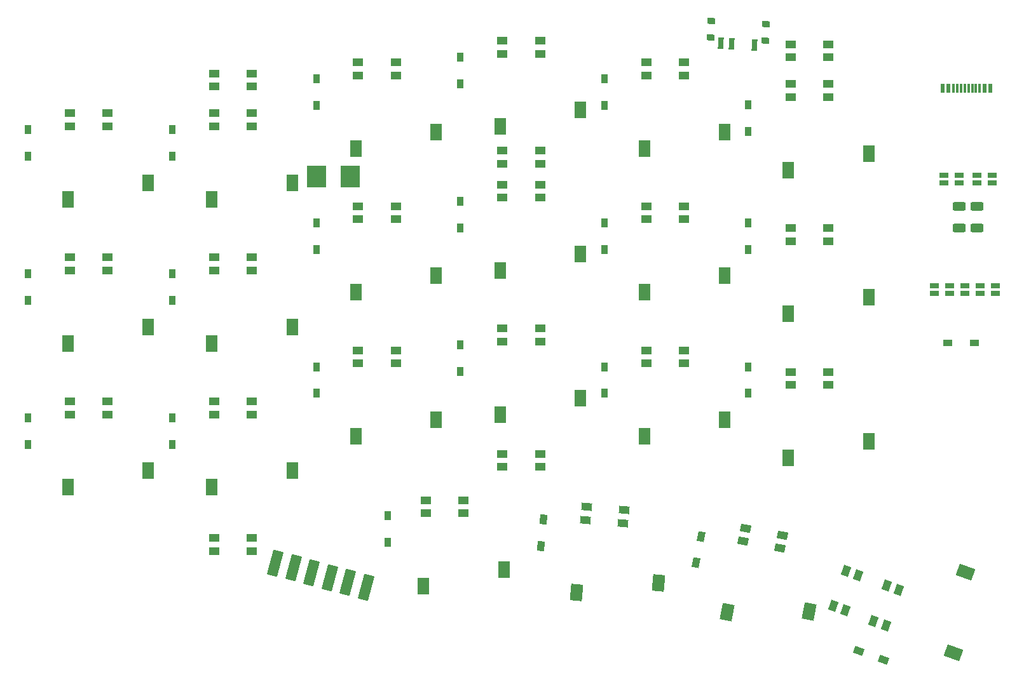
<source format=gtp>
G04 #@! TF.GenerationSoftware,KiCad,Pcbnew,7.0.7*
G04 #@! TF.CreationDate,2024-01-28T17:29:48-05:00*
G04 #@! TF.ProjectId,keybear-chocolate,6b657962-6561-4722-9d63-686f636f6c61,v1.0.0*
G04 #@! TF.SameCoordinates,Original*
G04 #@! TF.FileFunction,Paste,Top*
G04 #@! TF.FilePolarity,Positive*
%FSLAX46Y46*%
G04 Gerber Fmt 4.6, Leading zero omitted, Abs format (unit mm)*
G04 Created by KiCad (PCBNEW 7.0.7) date 2024-01-28 17:29:48*
%MOMM*%
%LPD*%
G01*
G04 APERTURE LIST*
G04 Aperture macros list*
%AMRoundRect*
0 Rectangle with rounded corners*
0 $1 Rounding radius*
0 $2 $3 $4 $5 $6 $7 $8 $9 X,Y pos of 4 corners*
0 Add a 4 corners polygon primitive as box body*
4,1,4,$2,$3,$4,$5,$6,$7,$8,$9,$2,$3,0*
0 Add four circle primitives for the rounded corners*
1,1,$1+$1,$2,$3*
1,1,$1+$1,$4,$5*
1,1,$1+$1,$6,$7*
1,1,$1+$1,$8,$9*
0 Add four rect primitives between the rounded corners*
20,1,$1+$1,$2,$3,$4,$5,0*
20,1,$1+$1,$4,$5,$6,$7,0*
20,1,$1+$1,$6,$7,$8,$9,0*
20,1,$1+$1,$8,$9,$2,$3,0*%
%AMRotRect*
0 Rectangle, with rotation*
0 The origin of the aperture is its center*
0 $1 length*
0 $2 width*
0 $3 Rotation angle, in degrees counterclockwise*
0 Add horizontal line*
21,1,$1,$2,0,0,$3*%
G04 Aperture macros list end*
%ADD10R,1.600000X2.200000*%
%ADD11R,0.950000X1.300000*%
%ADD12R,1.380000X1.000000*%
%ADD13R,1.143000X0.635000*%
%ADD14RotRect,1.380000X1.000000X70.000000*%
%ADD15R,2.500000X3.000000*%
%ADD16RotRect,1.600000X2.200000X250.000000*%
%ADD17RotRect,1.380000X1.000000X355.000000*%
%ADD18RotRect,1.600000X2.200000X169.000000*%
%ADD19RotRect,1.300000X0.950000X340.000000*%
%ADD20RotRect,1.380000X1.000000X349.000000*%
%ADD21R,1.300000X0.950000*%
%ADD22RotRect,1.400000X3.400000X345.000000*%
%ADD23RotRect,1.300000X0.950000X259.000000*%
%ADD24RoundRect,0.250000X0.625000X-0.312500X0.625000X0.312500X-0.625000X0.312500X-0.625000X-0.312500X0*%
%ADD25RotRect,1.600000X2.200000X175.000000*%
%ADD26R,0.600000X1.240000*%
%ADD27R,0.300000X1.240000*%
%ADD28RotRect,1.300000X0.950000X265.000000*%
%ADD29RotRect,1.000000X0.800000X356.500000*%
%ADD30RotRect,0.700000X1.500000X356.500000*%
G04 APERTURE END LIST*
D10*
X177100000Y-134500000D03*
X166400000Y-136700000D03*
D11*
X237800000Y-139825000D03*
X237800000Y-143375000D03*
D12*
X166685600Y-106025000D03*
X171714400Y-106025000D03*
X171714400Y-107775000D03*
X166685600Y-107775000D03*
X243485600Y-102115000D03*
X248514400Y-102115000D03*
X248514400Y-103865000D03*
X243485600Y-103865000D03*
D11*
X161100000Y-127425000D03*
X161100000Y-130975000D03*
D10*
X215500000Y-105610000D03*
X204800000Y-107810000D03*
D11*
X180300000Y-120625000D03*
X180300000Y-124175000D03*
X180300000Y-101425000D03*
X180300000Y-104975000D03*
D12*
X224285600Y-137625000D03*
X229314400Y-137625000D03*
X229314400Y-139375000D03*
X224285600Y-139375000D03*
D10*
X234700000Y-127700000D03*
X224000000Y-129900000D03*
D13*
X268351000Y-115300760D03*
X268351000Y-114300000D03*
X270383000Y-115300760D03*
X270383000Y-114300000D03*
D10*
X253900000Y-111390000D03*
X243200000Y-113590000D03*
D14*
X254530079Y-173744474D03*
X256250029Y-169018947D03*
X257894491Y-169617482D03*
X256174541Y-174343009D03*
D10*
X177100000Y-153700000D03*
X166400000Y-155900000D03*
D12*
X243485600Y-96815000D03*
X248514400Y-96815000D03*
X248514400Y-98565000D03*
X243485600Y-98565000D03*
D11*
X199500000Y-98535000D03*
X199500000Y-102085000D03*
D10*
X253900000Y-130590000D03*
X243200000Y-132790000D03*
D12*
X166685600Y-162675600D03*
X171714400Y-162675600D03*
X171714400Y-164425600D03*
X166685600Y-164425600D03*
D11*
X237800000Y-104925000D03*
X237800000Y-108475000D03*
D10*
X253900000Y-149790000D03*
X243200000Y-151990000D03*
D11*
X141900000Y-127425000D03*
X141900000Y-130975000D03*
D15*
X180340000Y-114427000D03*
X184840000Y-114427000D03*
D10*
X157900000Y-134500000D03*
X147200000Y-136700000D03*
D16*
X266773460Y-167224345D03*
X265215370Y-177937531D03*
D10*
X196300000Y-127700000D03*
X185600000Y-129900000D03*
D11*
X237800000Y-120625000D03*
X237800000Y-124175000D03*
D17*
X216290100Y-158510420D03*
X221299764Y-158948709D03*
X221147242Y-160692050D03*
X216137578Y-160253761D03*
D10*
X196300000Y-108500000D03*
X185600000Y-110700000D03*
D18*
X245954391Y-172427399D03*
X235031201Y-172545322D03*
D10*
X234700000Y-108500000D03*
X224000000Y-110700000D03*
D13*
X270764000Y-129032000D03*
X270764000Y-130032760D03*
X266700000Y-129039620D03*
X266700000Y-130040380D03*
D11*
X161100000Y-146625000D03*
X161100000Y-150175000D03*
D19*
X252535246Y-177675514D03*
X255871154Y-178889686D03*
D20*
X237501086Y-161335645D03*
X242437493Y-162295185D03*
X242103578Y-164013033D03*
X237167171Y-163053493D03*
D12*
X243485600Y-140515000D03*
X248514400Y-140515000D03*
X248514400Y-142265000D03*
X243485600Y-142265000D03*
D13*
X268732000Y-129039620D03*
X268732000Y-130040380D03*
D12*
X147485600Y-106025000D03*
X152514400Y-106025000D03*
X152514400Y-107775000D03*
X147485600Y-107775000D03*
D10*
X205300000Y-166900000D03*
X194600000Y-169100000D03*
D13*
X264668000Y-129032000D03*
X264668000Y-130032760D03*
X262636000Y-129032000D03*
X262636000Y-130032760D03*
D14*
X249142794Y-171735496D03*
X250862744Y-167009969D03*
X252507206Y-167608504D03*
X250787256Y-172334031D03*
D10*
X234700000Y-146900000D03*
X224000000Y-149100000D03*
D11*
X218700000Y-101425000D03*
X218700000Y-104975000D03*
D13*
X265938000Y-115300760D03*
X265938000Y-114300000D03*
D11*
X180300000Y-139825000D03*
X180300000Y-143375000D03*
D12*
X224285600Y-99225000D03*
X229314400Y-99225000D03*
X229314400Y-100975000D03*
X224285600Y-100975000D03*
X194885600Y-157625000D03*
X199914400Y-157625000D03*
X199914400Y-159375000D03*
X194885600Y-159375000D03*
X224285600Y-118425000D03*
X229314400Y-118425000D03*
X229314400Y-120175000D03*
X224285600Y-120175000D03*
X185885600Y-137625000D03*
X190914400Y-137625000D03*
X190914400Y-139375000D03*
X185885600Y-139375000D03*
X147485600Y-125225000D03*
X152514400Y-125225000D03*
X152514400Y-126975000D03*
X147485600Y-126975000D03*
D10*
X157900000Y-153700000D03*
X147200000Y-155900000D03*
D21*
X264417000Y-136634000D03*
X267967000Y-136634000D03*
D12*
X185885600Y-99225000D03*
X190914400Y-99225000D03*
X190914400Y-100975000D03*
X185885600Y-100975000D03*
D10*
X177100000Y-115300000D03*
X166400000Y-117500000D03*
D22*
X186928321Y-169232197D03*
X184513506Y-168585149D03*
X182098692Y-167938102D03*
X179683877Y-167291054D03*
X177269063Y-166644007D03*
X174854248Y-165996959D03*
D10*
X196300000Y-146900000D03*
X185600000Y-149100000D03*
D11*
X199500000Y-136935000D03*
X199500000Y-140485000D03*
D12*
X205085600Y-115535000D03*
X210114400Y-115535000D03*
X210114400Y-117285000D03*
X205085600Y-117285000D03*
D11*
X141900000Y-108225000D03*
X141900000Y-111775000D03*
D12*
X205085600Y-134735000D03*
X210114400Y-134735000D03*
X210114400Y-136485000D03*
X205085600Y-136485000D03*
D23*
X231598330Y-162429443D03*
X230920958Y-165914219D03*
D11*
X218700000Y-120625000D03*
X218700000Y-124175000D03*
D13*
X263906000Y-115300760D03*
X263906000Y-114300000D03*
D11*
X141900000Y-146625000D03*
X141900000Y-150175000D03*
D12*
X166685600Y-125225000D03*
X171714400Y-125225000D03*
X171714400Y-126975000D03*
X166685600Y-126975000D03*
D11*
X199500000Y-117735000D03*
X199500000Y-121285000D03*
D12*
X243485600Y-121315000D03*
X248514400Y-121315000D03*
X248514400Y-123065000D03*
X243485600Y-123065000D03*
D24*
X265938000Y-121350500D03*
X265938000Y-118425500D03*
D25*
X225856501Y-168657801D03*
X215005475Y-169916863D03*
D12*
X205085600Y-96335000D03*
X210114400Y-96335000D03*
X210114400Y-98085000D03*
X205085600Y-98085000D03*
D26*
X270128600Y-102678600D03*
X269328600Y-102678600D03*
D27*
X268178600Y-102678600D03*
X267178600Y-102678600D03*
X266678600Y-102678600D03*
X265678600Y-102678600D03*
D26*
X264528600Y-102678600D03*
X263728600Y-102678600D03*
X263728600Y-102678600D03*
X264528600Y-102678600D03*
D27*
X265178600Y-102678600D03*
X266178600Y-102678600D03*
X267678600Y-102678600D03*
X268678600Y-102678600D03*
D26*
X269328600Y-102678600D03*
X270128600Y-102678600D03*
D12*
X166685600Y-100725000D03*
X171714400Y-100725000D03*
X171714400Y-102475000D03*
X166685600Y-102475000D03*
X185885600Y-118425000D03*
X190914400Y-118425000D03*
X190914400Y-120175000D03*
X185885600Y-120175000D03*
D10*
X157900000Y-115300000D03*
X147200000Y-117500000D03*
D12*
X147485600Y-144425000D03*
X152514400Y-144425000D03*
X152514400Y-146175000D03*
X147485600Y-146175000D03*
D10*
X215500000Y-144010000D03*
X204800000Y-146210000D03*
D24*
X268351000Y-121350500D03*
X268351000Y-118425500D03*
D10*
X215500000Y-124810000D03*
X204800000Y-127010000D03*
D12*
X205085600Y-151435000D03*
X210114400Y-151435000D03*
X210114400Y-153185000D03*
X205085600Y-153185000D03*
D11*
X161100000Y-108225000D03*
X161100000Y-111775000D03*
D12*
X205085600Y-111035000D03*
X210114400Y-111035000D03*
X210114400Y-112785000D03*
X205085600Y-112785000D03*
D11*
X189865000Y-159642000D03*
X189865000Y-163192000D03*
D12*
X166685600Y-144425000D03*
X171714400Y-144425000D03*
X171714400Y-146175000D03*
X166685600Y-146175000D03*
D28*
X210534012Y-160215231D03*
X210224610Y-163751723D03*
D11*
X218700000Y-139825000D03*
X218700000Y-143375000D03*
D29*
X232946816Y-93737546D03*
X232811899Y-95943424D03*
X240233200Y-94183200D03*
X240098283Y-96389078D03*
D30*
X238661213Y-96952398D03*
X235666808Y-96769252D03*
X234169606Y-96677680D03*
M02*

</source>
